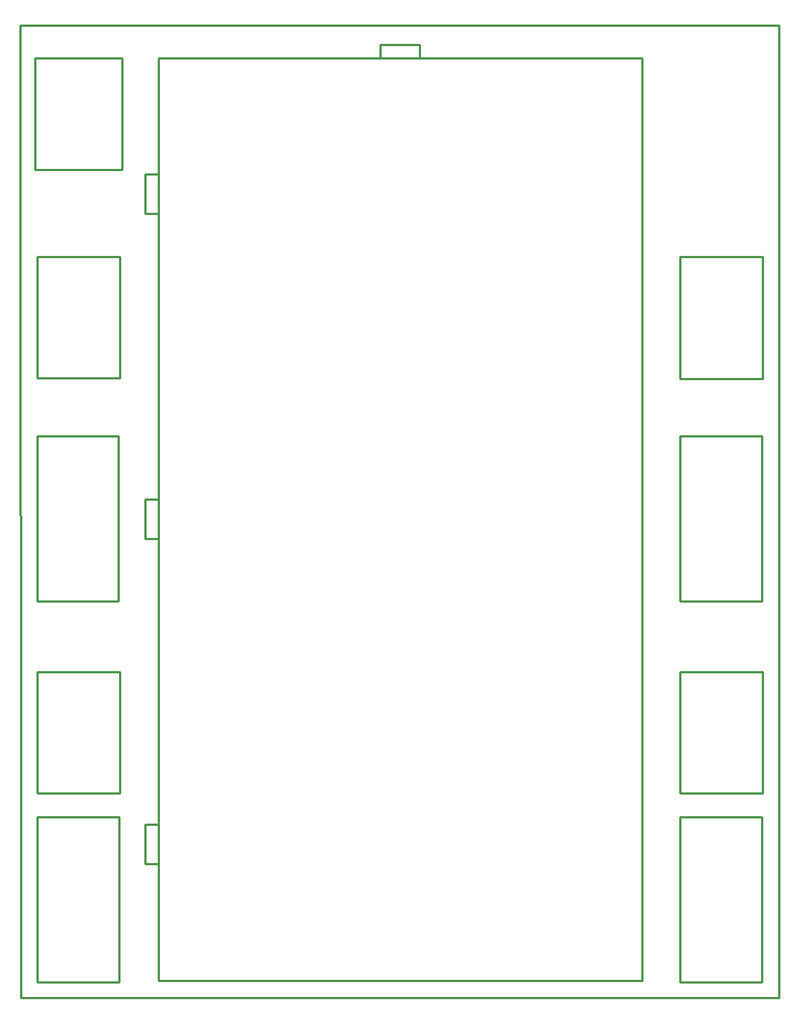
<source format=gko>
G04 Layer: BoardOutlineLayer*
G04 EasyEDA v6.5.34, 2023-09-22 05:33:05*
G04 483193eee7e04f69b81b85979c1b7fa7,5a6b42c53f6a479593ecc07194224c93,10*
G04 Gerber Generator version 0.2*
G04 Scale: 100 percent, Rotated: No, Reflected: No *
G04 Dimensions in millimeters *
G04 leading zeros omitted , absolute positions ,4 integer and 5 decimal *
%FSLAX45Y45*%
%MOMM*%

%ADD10C,0.2540*%
D10*
X254000Y11938000D02*
G01*
X8890000Y11938000D01*
X8890000Y876300D01*
X263525Y876300D01*
X254000Y11938000D01*
X1828800Y11569700D02*
G01*
X1828800Y1069720D01*
X1828800Y1069720D02*
G01*
X7328788Y1069720D01*
X7328788Y1069720D02*
G01*
X7328788Y11569700D01*
X7328788Y11569700D02*
G01*
X1828800Y11569700D01*
X444500Y9307296D02*
G01*
X444500Y7924800D01*
X444500Y7924800D02*
G01*
X1384300Y7924800D01*
X1384300Y7924800D02*
G01*
X1384300Y9307296D01*
X1384300Y9307296D02*
G01*
X444500Y9307296D01*
X444500Y4584700D02*
G01*
X444500Y3202203D01*
X444500Y3202203D02*
G01*
X1384300Y3202203D01*
X1384300Y3202203D02*
G01*
X1384300Y4584700D01*
X1384300Y4584700D02*
G01*
X444500Y4584700D01*
X7763230Y4585893D02*
G01*
X7763230Y3203397D01*
X7763230Y3203397D02*
G01*
X8703030Y3203397D01*
X8703030Y3203397D02*
G01*
X8703030Y4585893D01*
X8703030Y4585893D02*
G01*
X7763230Y4585893D01*
X7763256Y9305036D02*
G01*
X7763256Y7922539D01*
X7763256Y7922539D02*
G01*
X8703056Y7922539D01*
X8703056Y7922539D02*
G01*
X8703056Y9305036D01*
X8703056Y9305036D02*
G01*
X7763256Y9305036D01*
X444500Y7264400D02*
G01*
X444500Y5384800D01*
X444500Y5384800D02*
G01*
X1371600Y5384800D01*
X1371600Y5384800D02*
G01*
X1371600Y7264400D01*
X1371600Y7264400D02*
G01*
X444500Y7264400D01*
X7766050Y7264400D02*
G01*
X7766050Y5384800D01*
X7766050Y5384800D02*
G01*
X8693150Y5384800D01*
X8693150Y5384800D02*
G01*
X8693150Y7264400D01*
X8693150Y7264400D02*
G01*
X7766050Y7264400D01*
X7766050Y2933700D02*
G01*
X7766050Y1054100D01*
X7766050Y1054100D02*
G01*
X8693150Y1054100D01*
X8693150Y1054100D02*
G01*
X8693150Y2933700D01*
X8693150Y2933700D02*
G01*
X7766050Y2933700D01*
X450850Y2933700D02*
G01*
X450850Y1054100D01*
X450850Y1054100D02*
G01*
X1377950Y1054100D01*
X1377950Y1054100D02*
G01*
X1377950Y2933700D01*
X1377950Y2933700D02*
G01*
X450850Y2933700D01*
X4347001Y11720898D02*
G01*
X4347001Y11565897D01*
X4347001Y11565897D02*
G01*
X4797000Y11565897D01*
X4797000Y11565897D02*
G01*
X4797000Y11720898D01*
X4797000Y11720898D02*
G01*
X4347001Y11720898D01*
X1675102Y6096896D02*
G01*
X1830103Y6096896D01*
X1830103Y6096896D02*
G01*
X1830103Y6546895D01*
X1830103Y6546895D02*
G01*
X1675102Y6546895D01*
X1675102Y6546895D02*
G01*
X1675102Y6096896D01*
X1675102Y2396904D02*
G01*
X1830103Y2396904D01*
X1830103Y2396904D02*
G01*
X1830103Y2846903D01*
X1830103Y2846903D02*
G01*
X1675102Y2846903D01*
X1675102Y2846903D02*
G01*
X1675102Y2396904D01*
X1675102Y9796889D02*
G01*
X1830103Y9796889D01*
X1830103Y9796889D02*
G01*
X1830103Y10246888D01*
X1830103Y10246888D02*
G01*
X1675102Y10246888D01*
X1675102Y10246888D02*
G01*
X1675102Y9796889D01*
X419100Y11569700D02*
G01*
X419100Y10299700D01*
X419100Y10299700D02*
G01*
X1409700Y10299700D01*
X1409700Y10299700D02*
G01*
X1409098Y11569700D01*
X1409098Y11569700D02*
G01*
X419100Y11569700D01*

%LPD*%
M02*

</source>
